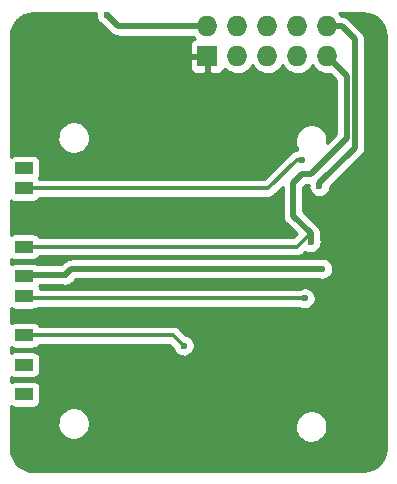
<source format=gbl>
G04 #@! TF.FileFunction,Copper,L2,Bot,Signal*
%FSLAX46Y46*%
G04 Gerber Fmt 4.6, Leading zero omitted, Abs format (unit mm)*
G04 Created by KiCad (PCBNEW 4.0.2-stable) date 26.07.2016 22:38:52*
%MOMM*%
G01*
G04 APERTURE LIST*
%ADD10C,0.100000*%
%ADD11C,0.600000*%
%ADD12R,1.727200X1.727200*%
%ADD13O,1.727200X1.727200*%
%ADD14R,1.500000X1.000000*%
%ADD15R,2.200000X1.200000*%
%ADD16C,0.500000*%
%ADD17C,0.350000*%
%ADD18C,0.254000*%
G04 APERTURE END LIST*
D10*
D11*
X96600000Y-131700000D03*
X90750000Y-135000000D03*
X103900000Y-132650000D03*
X105800000Y-138500000D03*
X92200000Y-118900000D03*
D12*
X95000000Y-105000000D03*
D13*
X95000000Y-102460000D03*
X97540000Y-105000000D03*
X97540000Y-102460000D03*
X100080000Y-105000000D03*
X100080000Y-102460000D03*
X102620000Y-105000000D03*
X102620000Y-102460000D03*
X105160000Y-105000000D03*
X105160000Y-102460000D03*
D14*
X79500000Y-131125000D03*
X79500000Y-128625000D03*
X79500000Y-125325000D03*
X79500000Y-123625000D03*
X79500000Y-121125000D03*
X79500000Y-118625000D03*
X79500000Y-116200000D03*
X79500000Y-114500000D03*
X79500000Y-133625000D03*
X79500000Y-126975000D03*
X79500000Y-111150000D03*
D15*
X100500000Y-138650000D03*
X101700000Y-110650000D03*
D11*
X95200000Y-137600000D03*
X104750000Y-123000000D03*
X83000000Y-123500000D03*
X100000000Y-118600000D03*
X105250000Y-118250000D03*
X85250000Y-102500000D03*
X93000000Y-129500000D03*
X103250000Y-125500000D03*
X103750000Y-120750000D03*
X103000000Y-113750000D03*
X104500000Y-116000000D03*
X86500000Y-101500000D03*
D16*
X104750000Y-123000000D02*
X83500000Y-123000000D01*
X83500000Y-123000000D02*
X83000000Y-123500000D01*
X83000000Y-123500000D02*
X79625000Y-123500000D01*
X79625000Y-123500000D02*
X79500000Y-123625000D01*
X88600000Y-118625000D02*
X99975000Y-118625000D01*
X79500000Y-118625000D02*
X88600000Y-118625000D01*
X99975000Y-118625000D02*
X100000000Y-118600000D01*
D17*
X93000000Y-129500000D02*
X92125000Y-128625000D01*
X92125000Y-128625000D02*
X79500000Y-128625000D01*
X103250000Y-125500000D02*
X79675000Y-125500000D01*
X79675000Y-125500000D02*
X79500000Y-125325000D01*
X103750000Y-120000000D02*
X102625000Y-121125000D01*
X102625000Y-121125000D02*
X79500000Y-121125000D01*
D16*
X102250000Y-118500000D02*
X103750000Y-120000000D01*
X103750000Y-120000000D02*
X103750000Y-120750000D01*
X102250000Y-115750000D02*
X102250000Y-118500000D01*
X103000000Y-115000000D02*
X102250000Y-115750000D01*
X103750000Y-115000000D02*
X103000000Y-115000000D01*
X106799990Y-111950010D02*
X103750000Y-115000000D01*
X105160000Y-105000000D02*
X106799990Y-106639990D01*
X106799990Y-106639990D02*
X106799990Y-111950010D01*
D17*
X103000000Y-113750000D02*
X102575736Y-113750000D01*
X102575736Y-113750000D02*
X100125736Y-116200000D01*
X100125736Y-116200000D02*
X80600000Y-116200000D01*
X80600000Y-116200000D02*
X79500000Y-116200000D01*
D16*
X107500000Y-112750000D02*
X104500000Y-115750000D01*
X104500000Y-115750000D02*
X104500000Y-116000000D01*
X107500000Y-103578686D02*
X107500000Y-112750000D01*
X105160000Y-102460000D02*
X106381314Y-102460000D01*
X106381314Y-102460000D02*
X107500000Y-103578686D01*
X95000000Y-102460000D02*
X87460000Y-102460000D01*
X87460000Y-102460000D02*
X86500000Y-101500000D01*
D18*
G36*
X108612242Y-101420549D02*
X108960685Y-101525751D01*
X109282060Y-101696628D01*
X109564123Y-101926674D01*
X109796130Y-102207123D01*
X109969247Y-102527295D01*
X110076877Y-102874994D01*
X110118000Y-103266251D01*
X110118000Y-138219087D01*
X110079451Y-138612242D01*
X109974250Y-138960684D01*
X109803371Y-139282060D01*
X109573328Y-139564121D01*
X109292879Y-139796128D01*
X108972704Y-139969247D01*
X108625005Y-140076877D01*
X108233749Y-140118000D01*
X80280913Y-140118000D01*
X79887758Y-140079451D01*
X79539316Y-139974250D01*
X79217940Y-139803371D01*
X78935879Y-139573328D01*
X78703872Y-139292879D01*
X78530753Y-138972704D01*
X78423123Y-138625005D01*
X78382000Y-138233749D01*
X78382000Y-136215782D01*
X82321190Y-136215782D01*
X82369938Y-136481389D01*
X82469347Y-136732469D01*
X82615632Y-136959459D01*
X82803220Y-137153712D01*
X83024967Y-137307830D01*
X83272425Y-137415942D01*
X83536169Y-137473930D01*
X83806153Y-137479585D01*
X84072094Y-137432692D01*
X84323863Y-137335038D01*
X84551868Y-137190341D01*
X84747426Y-137004114D01*
X84903088Y-136783449D01*
X85012925Y-136536752D01*
X85029048Y-136465782D01*
X102421190Y-136465782D01*
X102469938Y-136731389D01*
X102569347Y-136982469D01*
X102715632Y-137209459D01*
X102903220Y-137403712D01*
X103124967Y-137557830D01*
X103372425Y-137665942D01*
X103636169Y-137723930D01*
X103906153Y-137729585D01*
X104172094Y-137682692D01*
X104423863Y-137585038D01*
X104651868Y-137440341D01*
X104847426Y-137254114D01*
X105003088Y-137033449D01*
X105112925Y-136786752D01*
X105172752Y-136523419D01*
X105177059Y-136214978D01*
X105124608Y-135950077D01*
X105021702Y-135700410D01*
X104872262Y-135475484D01*
X104681980Y-135283869D01*
X104458104Y-135132863D01*
X104209160Y-135028217D01*
X103944632Y-134973917D01*
X103674595Y-134972032D01*
X103409335Y-135022633D01*
X103158954Y-135123793D01*
X102932991Y-135271659D01*
X102740053Y-135460599D01*
X102587487Y-135683415D01*
X102481105Y-135931622D01*
X102424960Y-136195765D01*
X102421190Y-136465782D01*
X85029048Y-136465782D01*
X85072752Y-136273419D01*
X85077059Y-135964978D01*
X85024608Y-135700077D01*
X84921702Y-135450410D01*
X84772262Y-135225484D01*
X84581980Y-135033869D01*
X84358104Y-134882863D01*
X84109160Y-134778217D01*
X83844632Y-134723917D01*
X83574595Y-134722032D01*
X83309335Y-134772633D01*
X83058954Y-134873793D01*
X82832991Y-135021659D01*
X82640053Y-135210599D01*
X82487487Y-135433415D01*
X82381105Y-135681622D01*
X82324960Y-135945765D01*
X82321190Y-136215782D01*
X78382000Y-136215782D01*
X78382000Y-134630939D01*
X78412852Y-134657234D01*
X78574477Y-134730089D01*
X78750000Y-134755033D01*
X80250000Y-134755033D01*
X80349847Y-134747071D01*
X80519199Y-134694626D01*
X80667235Y-134597077D01*
X80782234Y-134462148D01*
X80855089Y-134300523D01*
X80880033Y-134125000D01*
X80880033Y-133125000D01*
X80872071Y-133025153D01*
X80819626Y-132855801D01*
X80722077Y-132707765D01*
X80587148Y-132592766D01*
X80425523Y-132519911D01*
X80250000Y-132494967D01*
X78750000Y-132494967D01*
X78650153Y-132502929D01*
X78480801Y-132555374D01*
X78382000Y-132620479D01*
X78382000Y-132130939D01*
X78412852Y-132157234D01*
X78574477Y-132230089D01*
X78750000Y-132255033D01*
X80250000Y-132255033D01*
X80349847Y-132247071D01*
X80519199Y-132194626D01*
X80667235Y-132097077D01*
X80782234Y-131962148D01*
X80855089Y-131800523D01*
X80880033Y-131625000D01*
X80880033Y-130625000D01*
X80872071Y-130525153D01*
X80819626Y-130355801D01*
X80722077Y-130207765D01*
X80587148Y-130092766D01*
X80425523Y-130019911D01*
X80250000Y-129994967D01*
X78750000Y-129994967D01*
X78650153Y-130002929D01*
X78480801Y-130055374D01*
X78382000Y-130120479D01*
X78382000Y-129630939D01*
X78412852Y-129657234D01*
X78574477Y-129730089D01*
X78750000Y-129755033D01*
X80250000Y-129755033D01*
X80349847Y-129747071D01*
X80519199Y-129694626D01*
X80667235Y-129597077D01*
X80782234Y-129462148D01*
X80798078Y-129427000D01*
X91792800Y-129427000D01*
X92100563Y-129734763D01*
X92104599Y-129756752D01*
X92171522Y-129925780D01*
X92270001Y-130078590D01*
X92396286Y-130209362D01*
X92545566Y-130313114D01*
X92712155Y-130385895D01*
X92889708Y-130424932D01*
X93071463Y-130428740D01*
X93250495Y-130397171D01*
X93419986Y-130331430D01*
X93573479Y-130234020D01*
X93705130Y-130108651D01*
X93809921Y-129960099D01*
X93883864Y-129794022D01*
X93924140Y-129616746D01*
X93927039Y-129409103D01*
X93891729Y-129230771D01*
X93822452Y-129062694D01*
X93721849Y-128911274D01*
X93593751Y-128782278D01*
X93443037Y-128680621D01*
X93275448Y-128610173D01*
X93236347Y-128602147D01*
X92692100Y-128057900D01*
X92634833Y-128010860D01*
X92578104Y-127963259D01*
X92574409Y-127961227D01*
X92571149Y-127958550D01*
X92505879Y-127923553D01*
X92440941Y-127887853D01*
X92436918Y-127886577D01*
X92433205Y-127884586D01*
X92362359Y-127862926D01*
X92291745Y-127840526D01*
X92287558Y-127840056D01*
X92283521Y-127838822D01*
X92209749Y-127831328D01*
X92136198Y-127823078D01*
X92127963Y-127823021D01*
X92127799Y-127823004D01*
X92127646Y-127823018D01*
X92125000Y-127823000D01*
X80798012Y-127823000D01*
X80722077Y-127707765D01*
X80587148Y-127592766D01*
X80425523Y-127519911D01*
X80250000Y-127494967D01*
X78750000Y-127494967D01*
X78650153Y-127502929D01*
X78480801Y-127555374D01*
X78382000Y-127620479D01*
X78382000Y-126330939D01*
X78412852Y-126357234D01*
X78574477Y-126430089D01*
X78750000Y-126455033D01*
X80250000Y-126455033D01*
X80349847Y-126447071D01*
X80519199Y-126394626D01*
X80659764Y-126302000D01*
X102779575Y-126302000D01*
X102795566Y-126313114D01*
X102962155Y-126385895D01*
X103139708Y-126424932D01*
X103321463Y-126428740D01*
X103500495Y-126397171D01*
X103669986Y-126331430D01*
X103823479Y-126234020D01*
X103955130Y-126108651D01*
X104059921Y-125960099D01*
X104133864Y-125794022D01*
X104174140Y-125616746D01*
X104177039Y-125409103D01*
X104141729Y-125230771D01*
X104072452Y-125062694D01*
X103971849Y-124911274D01*
X103843751Y-124782278D01*
X103693037Y-124680621D01*
X103525448Y-124610173D01*
X103347367Y-124573618D01*
X103165577Y-124572349D01*
X102987003Y-124606413D01*
X102818447Y-124674515D01*
X102782558Y-124698000D01*
X80863662Y-124698000D01*
X80819626Y-124555801D01*
X80768518Y-124478241D01*
X80782234Y-124462148D01*
X80820616Y-124377000D01*
X82691795Y-124377000D01*
X82712155Y-124385895D01*
X82889708Y-124424932D01*
X83071463Y-124428740D01*
X83250495Y-124397171D01*
X83419986Y-124331430D01*
X83573479Y-124234020D01*
X83705130Y-124108651D01*
X83809921Y-123960099D01*
X83833801Y-123906465D01*
X83863266Y-123877000D01*
X104441795Y-123877000D01*
X104462155Y-123885895D01*
X104639708Y-123924932D01*
X104821463Y-123928740D01*
X105000495Y-123897171D01*
X105169986Y-123831430D01*
X105323479Y-123734020D01*
X105455130Y-123608651D01*
X105559921Y-123460099D01*
X105633864Y-123294022D01*
X105674140Y-123116746D01*
X105677039Y-122909103D01*
X105641729Y-122730771D01*
X105572452Y-122562694D01*
X105471849Y-122411274D01*
X105343751Y-122282278D01*
X105193037Y-122180621D01*
X105025448Y-122110173D01*
X104847367Y-122073618D01*
X104665577Y-122072349D01*
X104487003Y-122106413D01*
X104445949Y-122123000D01*
X83500000Y-122123000D01*
X83419445Y-122130898D01*
X83338674Y-122137965D01*
X83334244Y-122139252D01*
X83329656Y-122139702D01*
X83252113Y-122163114D01*
X83174310Y-122185718D01*
X83170217Y-122187840D01*
X83165801Y-122189173D01*
X83094260Y-122227212D01*
X83022352Y-122264486D01*
X83018749Y-122267363D01*
X83014676Y-122269528D01*
X82951902Y-122320725D01*
X82888586Y-122371269D01*
X82882170Y-122377597D01*
X82882036Y-122377706D01*
X82881933Y-122377830D01*
X82879868Y-122379867D01*
X82636735Y-122623000D01*
X80622622Y-122623000D01*
X80587148Y-122592766D01*
X80425523Y-122519911D01*
X80250000Y-122494967D01*
X78750000Y-122494967D01*
X78650153Y-122502929D01*
X78480801Y-122555374D01*
X78382000Y-122620479D01*
X78382000Y-122130939D01*
X78412852Y-122157234D01*
X78574477Y-122230089D01*
X78750000Y-122255033D01*
X80250000Y-122255033D01*
X80349847Y-122247071D01*
X80519199Y-122194626D01*
X80667235Y-122097077D01*
X80782234Y-121962148D01*
X80798078Y-121927000D01*
X102625000Y-121927000D01*
X102698734Y-121919770D01*
X102772529Y-121913314D01*
X102776578Y-121912138D01*
X102780776Y-121911726D01*
X102851669Y-121890322D01*
X102922838Y-121869646D01*
X102926585Y-121867704D01*
X102930618Y-121866486D01*
X102996039Y-121831701D01*
X103061800Y-121797613D01*
X103065092Y-121794985D01*
X103068820Y-121793003D01*
X103126271Y-121746147D01*
X103184126Y-121699963D01*
X103189996Y-121694175D01*
X103190117Y-121694076D01*
X103190210Y-121693964D01*
X103192100Y-121692100D01*
X103313327Y-121570873D01*
X103462155Y-121635895D01*
X103639708Y-121674932D01*
X103821463Y-121678740D01*
X104000495Y-121647171D01*
X104169986Y-121581430D01*
X104323479Y-121484020D01*
X104455130Y-121358651D01*
X104559921Y-121210099D01*
X104633864Y-121044022D01*
X104674140Y-120866746D01*
X104677039Y-120659103D01*
X104641729Y-120480771D01*
X104627000Y-120445036D01*
X104627000Y-120000000D01*
X104619092Y-119919350D01*
X104612034Y-119838674D01*
X104610748Y-119834249D01*
X104610298Y-119829656D01*
X104586874Y-119752071D01*
X104564282Y-119674310D01*
X104562160Y-119670217D01*
X104560827Y-119665801D01*
X104522788Y-119594260D01*
X104485514Y-119522352D01*
X104482637Y-119518749D01*
X104480472Y-119514676D01*
X104429275Y-119451902D01*
X104378731Y-119388586D01*
X104372403Y-119382170D01*
X104372294Y-119382036D01*
X104372170Y-119381933D01*
X104370132Y-119379867D01*
X103127000Y-118136734D01*
X103127000Y-116113266D01*
X103363266Y-115877000D01*
X103578394Y-115877000D01*
X103574320Y-115896168D01*
X103571782Y-116077945D01*
X103604599Y-116256752D01*
X103671522Y-116425780D01*
X103770001Y-116578590D01*
X103896286Y-116709362D01*
X104045566Y-116813114D01*
X104212155Y-116885895D01*
X104389708Y-116924932D01*
X104571463Y-116928740D01*
X104750495Y-116897171D01*
X104919986Y-116831430D01*
X105073479Y-116734020D01*
X105205130Y-116608651D01*
X105309921Y-116460099D01*
X105383864Y-116294022D01*
X105424140Y-116116746D01*
X105424857Y-116065409D01*
X108120133Y-113370132D01*
X108171533Y-113307557D01*
X108223625Y-113245476D01*
X108225847Y-113241435D01*
X108228774Y-113237871D01*
X108267064Y-113166461D01*
X108306082Y-113095487D01*
X108307476Y-113091093D01*
X108309656Y-113087027D01*
X108333371Y-113009459D01*
X108357835Y-112932339D01*
X108358349Y-112927759D01*
X108359698Y-112923346D01*
X108367887Y-112842728D01*
X108376915Y-112762245D01*
X108376978Y-112753234D01*
X108376995Y-112753062D01*
X108376980Y-112752902D01*
X108377000Y-112750000D01*
X108377000Y-103578686D01*
X108369097Y-103498086D01*
X108362035Y-103417360D01*
X108360748Y-103412930D01*
X108360298Y-103408342D01*
X108336886Y-103330799D01*
X108314282Y-103252996D01*
X108312160Y-103248903D01*
X108310827Y-103244487D01*
X108272788Y-103172946D01*
X108235514Y-103101038D01*
X108232637Y-103097435D01*
X108230472Y-103093362D01*
X108179275Y-103030588D01*
X108128731Y-102967272D01*
X108122400Y-102960852D01*
X108122294Y-102960722D01*
X108122174Y-102960623D01*
X108120133Y-102958553D01*
X107001447Y-101839867D01*
X106938847Y-101788446D01*
X106876790Y-101736375D01*
X106872749Y-101734153D01*
X106869185Y-101731226D01*
X106797775Y-101692936D01*
X106726801Y-101653918D01*
X106722407Y-101652524D01*
X106718341Y-101650344D01*
X106640825Y-101626645D01*
X106563653Y-101602165D01*
X106559073Y-101601651D01*
X106554660Y-101600302D01*
X106474042Y-101592113D01*
X106393559Y-101583085D01*
X106384548Y-101583022D01*
X106384376Y-101583005D01*
X106384216Y-101583020D01*
X106381314Y-101583000D01*
X106364930Y-101583000D01*
X106217686Y-101402460D01*
X106192954Y-101382000D01*
X108219088Y-101382000D01*
X108612242Y-101420549D01*
X108612242Y-101420549D01*
G37*
X108612242Y-101420549D02*
X108960685Y-101525751D01*
X109282060Y-101696628D01*
X109564123Y-101926674D01*
X109796130Y-102207123D01*
X109969247Y-102527295D01*
X110076877Y-102874994D01*
X110118000Y-103266251D01*
X110118000Y-138219087D01*
X110079451Y-138612242D01*
X109974250Y-138960684D01*
X109803371Y-139282060D01*
X109573328Y-139564121D01*
X109292879Y-139796128D01*
X108972704Y-139969247D01*
X108625005Y-140076877D01*
X108233749Y-140118000D01*
X80280913Y-140118000D01*
X79887758Y-140079451D01*
X79539316Y-139974250D01*
X79217940Y-139803371D01*
X78935879Y-139573328D01*
X78703872Y-139292879D01*
X78530753Y-138972704D01*
X78423123Y-138625005D01*
X78382000Y-138233749D01*
X78382000Y-136215782D01*
X82321190Y-136215782D01*
X82369938Y-136481389D01*
X82469347Y-136732469D01*
X82615632Y-136959459D01*
X82803220Y-137153712D01*
X83024967Y-137307830D01*
X83272425Y-137415942D01*
X83536169Y-137473930D01*
X83806153Y-137479585D01*
X84072094Y-137432692D01*
X84323863Y-137335038D01*
X84551868Y-137190341D01*
X84747426Y-137004114D01*
X84903088Y-136783449D01*
X85012925Y-136536752D01*
X85029048Y-136465782D01*
X102421190Y-136465782D01*
X102469938Y-136731389D01*
X102569347Y-136982469D01*
X102715632Y-137209459D01*
X102903220Y-137403712D01*
X103124967Y-137557830D01*
X103372425Y-137665942D01*
X103636169Y-137723930D01*
X103906153Y-137729585D01*
X104172094Y-137682692D01*
X104423863Y-137585038D01*
X104651868Y-137440341D01*
X104847426Y-137254114D01*
X105003088Y-137033449D01*
X105112925Y-136786752D01*
X105172752Y-136523419D01*
X105177059Y-136214978D01*
X105124608Y-135950077D01*
X105021702Y-135700410D01*
X104872262Y-135475484D01*
X104681980Y-135283869D01*
X104458104Y-135132863D01*
X104209160Y-135028217D01*
X103944632Y-134973917D01*
X103674595Y-134972032D01*
X103409335Y-135022633D01*
X103158954Y-135123793D01*
X102932991Y-135271659D01*
X102740053Y-135460599D01*
X102587487Y-135683415D01*
X102481105Y-135931622D01*
X102424960Y-136195765D01*
X102421190Y-136465782D01*
X85029048Y-136465782D01*
X85072752Y-136273419D01*
X85077059Y-135964978D01*
X85024608Y-135700077D01*
X84921702Y-135450410D01*
X84772262Y-135225484D01*
X84581980Y-135033869D01*
X84358104Y-134882863D01*
X84109160Y-134778217D01*
X83844632Y-134723917D01*
X83574595Y-134722032D01*
X83309335Y-134772633D01*
X83058954Y-134873793D01*
X82832991Y-135021659D01*
X82640053Y-135210599D01*
X82487487Y-135433415D01*
X82381105Y-135681622D01*
X82324960Y-135945765D01*
X82321190Y-136215782D01*
X78382000Y-136215782D01*
X78382000Y-134630939D01*
X78412852Y-134657234D01*
X78574477Y-134730089D01*
X78750000Y-134755033D01*
X80250000Y-134755033D01*
X80349847Y-134747071D01*
X80519199Y-134694626D01*
X80667235Y-134597077D01*
X80782234Y-134462148D01*
X80855089Y-134300523D01*
X80880033Y-134125000D01*
X80880033Y-133125000D01*
X80872071Y-133025153D01*
X80819626Y-132855801D01*
X80722077Y-132707765D01*
X80587148Y-132592766D01*
X80425523Y-132519911D01*
X80250000Y-132494967D01*
X78750000Y-132494967D01*
X78650153Y-132502929D01*
X78480801Y-132555374D01*
X78382000Y-132620479D01*
X78382000Y-132130939D01*
X78412852Y-132157234D01*
X78574477Y-132230089D01*
X78750000Y-132255033D01*
X80250000Y-132255033D01*
X80349847Y-132247071D01*
X80519199Y-132194626D01*
X80667235Y-132097077D01*
X80782234Y-131962148D01*
X80855089Y-131800523D01*
X80880033Y-131625000D01*
X80880033Y-130625000D01*
X80872071Y-130525153D01*
X80819626Y-130355801D01*
X80722077Y-130207765D01*
X80587148Y-130092766D01*
X80425523Y-130019911D01*
X80250000Y-129994967D01*
X78750000Y-129994967D01*
X78650153Y-130002929D01*
X78480801Y-130055374D01*
X78382000Y-130120479D01*
X78382000Y-129630939D01*
X78412852Y-129657234D01*
X78574477Y-129730089D01*
X78750000Y-129755033D01*
X80250000Y-129755033D01*
X80349847Y-129747071D01*
X80519199Y-129694626D01*
X80667235Y-129597077D01*
X80782234Y-129462148D01*
X80798078Y-129427000D01*
X91792800Y-129427000D01*
X92100563Y-129734763D01*
X92104599Y-129756752D01*
X92171522Y-129925780D01*
X92270001Y-130078590D01*
X92396286Y-130209362D01*
X92545566Y-130313114D01*
X92712155Y-130385895D01*
X92889708Y-130424932D01*
X93071463Y-130428740D01*
X93250495Y-130397171D01*
X93419986Y-130331430D01*
X93573479Y-130234020D01*
X93705130Y-130108651D01*
X93809921Y-129960099D01*
X93883864Y-129794022D01*
X93924140Y-129616746D01*
X93927039Y-129409103D01*
X93891729Y-129230771D01*
X93822452Y-129062694D01*
X93721849Y-128911274D01*
X93593751Y-128782278D01*
X93443037Y-128680621D01*
X93275448Y-128610173D01*
X93236347Y-128602147D01*
X92692100Y-128057900D01*
X92634833Y-128010860D01*
X92578104Y-127963259D01*
X92574409Y-127961227D01*
X92571149Y-127958550D01*
X92505879Y-127923553D01*
X92440941Y-127887853D01*
X92436918Y-127886577D01*
X92433205Y-127884586D01*
X92362359Y-127862926D01*
X92291745Y-127840526D01*
X92287558Y-127840056D01*
X92283521Y-127838822D01*
X92209749Y-127831328D01*
X92136198Y-127823078D01*
X92127963Y-127823021D01*
X92127799Y-127823004D01*
X92127646Y-127823018D01*
X92125000Y-127823000D01*
X80798012Y-127823000D01*
X80722077Y-127707765D01*
X80587148Y-127592766D01*
X80425523Y-127519911D01*
X80250000Y-127494967D01*
X78750000Y-127494967D01*
X78650153Y-127502929D01*
X78480801Y-127555374D01*
X78382000Y-127620479D01*
X78382000Y-126330939D01*
X78412852Y-126357234D01*
X78574477Y-126430089D01*
X78750000Y-126455033D01*
X80250000Y-126455033D01*
X80349847Y-126447071D01*
X80519199Y-126394626D01*
X80659764Y-126302000D01*
X102779575Y-126302000D01*
X102795566Y-126313114D01*
X102962155Y-126385895D01*
X103139708Y-126424932D01*
X103321463Y-126428740D01*
X103500495Y-126397171D01*
X103669986Y-126331430D01*
X103823479Y-126234020D01*
X103955130Y-126108651D01*
X104059921Y-125960099D01*
X104133864Y-125794022D01*
X104174140Y-125616746D01*
X104177039Y-125409103D01*
X104141729Y-125230771D01*
X104072452Y-125062694D01*
X103971849Y-124911274D01*
X103843751Y-124782278D01*
X103693037Y-124680621D01*
X103525448Y-124610173D01*
X103347367Y-124573618D01*
X103165577Y-124572349D01*
X102987003Y-124606413D01*
X102818447Y-124674515D01*
X102782558Y-124698000D01*
X80863662Y-124698000D01*
X80819626Y-124555801D01*
X80768518Y-124478241D01*
X80782234Y-124462148D01*
X80820616Y-124377000D01*
X82691795Y-124377000D01*
X82712155Y-124385895D01*
X82889708Y-124424932D01*
X83071463Y-124428740D01*
X83250495Y-124397171D01*
X83419986Y-124331430D01*
X83573479Y-124234020D01*
X83705130Y-124108651D01*
X83809921Y-123960099D01*
X83833801Y-123906465D01*
X83863266Y-123877000D01*
X104441795Y-123877000D01*
X104462155Y-123885895D01*
X104639708Y-123924932D01*
X104821463Y-123928740D01*
X105000495Y-123897171D01*
X105169986Y-123831430D01*
X105323479Y-123734020D01*
X105455130Y-123608651D01*
X105559921Y-123460099D01*
X105633864Y-123294022D01*
X105674140Y-123116746D01*
X105677039Y-122909103D01*
X105641729Y-122730771D01*
X105572452Y-122562694D01*
X105471849Y-122411274D01*
X105343751Y-122282278D01*
X105193037Y-122180621D01*
X105025448Y-122110173D01*
X104847367Y-122073618D01*
X104665577Y-122072349D01*
X104487003Y-122106413D01*
X104445949Y-122123000D01*
X83500000Y-122123000D01*
X83419445Y-122130898D01*
X83338674Y-122137965D01*
X83334244Y-122139252D01*
X83329656Y-122139702D01*
X83252113Y-122163114D01*
X83174310Y-122185718D01*
X83170217Y-122187840D01*
X83165801Y-122189173D01*
X83094260Y-122227212D01*
X83022352Y-122264486D01*
X83018749Y-122267363D01*
X83014676Y-122269528D01*
X82951902Y-122320725D01*
X82888586Y-122371269D01*
X82882170Y-122377597D01*
X82882036Y-122377706D01*
X82881933Y-122377830D01*
X82879868Y-122379867D01*
X82636735Y-122623000D01*
X80622622Y-122623000D01*
X80587148Y-122592766D01*
X80425523Y-122519911D01*
X80250000Y-122494967D01*
X78750000Y-122494967D01*
X78650153Y-122502929D01*
X78480801Y-122555374D01*
X78382000Y-122620479D01*
X78382000Y-122130939D01*
X78412852Y-122157234D01*
X78574477Y-122230089D01*
X78750000Y-122255033D01*
X80250000Y-122255033D01*
X80349847Y-122247071D01*
X80519199Y-122194626D01*
X80667235Y-122097077D01*
X80782234Y-121962148D01*
X80798078Y-121927000D01*
X102625000Y-121927000D01*
X102698734Y-121919770D01*
X102772529Y-121913314D01*
X102776578Y-121912138D01*
X102780776Y-121911726D01*
X102851669Y-121890322D01*
X102922838Y-121869646D01*
X102926585Y-121867704D01*
X102930618Y-121866486D01*
X102996039Y-121831701D01*
X103061800Y-121797613D01*
X103065092Y-121794985D01*
X103068820Y-121793003D01*
X103126271Y-121746147D01*
X103184126Y-121699963D01*
X103189996Y-121694175D01*
X103190117Y-121694076D01*
X103190210Y-121693964D01*
X103192100Y-121692100D01*
X103313327Y-121570873D01*
X103462155Y-121635895D01*
X103639708Y-121674932D01*
X103821463Y-121678740D01*
X104000495Y-121647171D01*
X104169986Y-121581430D01*
X104323479Y-121484020D01*
X104455130Y-121358651D01*
X104559921Y-121210099D01*
X104633864Y-121044022D01*
X104674140Y-120866746D01*
X104677039Y-120659103D01*
X104641729Y-120480771D01*
X104627000Y-120445036D01*
X104627000Y-120000000D01*
X104619092Y-119919350D01*
X104612034Y-119838674D01*
X104610748Y-119834249D01*
X104610298Y-119829656D01*
X104586874Y-119752071D01*
X104564282Y-119674310D01*
X104562160Y-119670217D01*
X104560827Y-119665801D01*
X104522788Y-119594260D01*
X104485514Y-119522352D01*
X104482637Y-119518749D01*
X104480472Y-119514676D01*
X104429275Y-119451902D01*
X104378731Y-119388586D01*
X104372403Y-119382170D01*
X104372294Y-119382036D01*
X104372170Y-119381933D01*
X104370132Y-119379867D01*
X103127000Y-118136734D01*
X103127000Y-116113266D01*
X103363266Y-115877000D01*
X103578394Y-115877000D01*
X103574320Y-115896168D01*
X103571782Y-116077945D01*
X103604599Y-116256752D01*
X103671522Y-116425780D01*
X103770001Y-116578590D01*
X103896286Y-116709362D01*
X104045566Y-116813114D01*
X104212155Y-116885895D01*
X104389708Y-116924932D01*
X104571463Y-116928740D01*
X104750495Y-116897171D01*
X104919986Y-116831430D01*
X105073479Y-116734020D01*
X105205130Y-116608651D01*
X105309921Y-116460099D01*
X105383864Y-116294022D01*
X105424140Y-116116746D01*
X105424857Y-116065409D01*
X108120133Y-113370132D01*
X108171533Y-113307557D01*
X108223625Y-113245476D01*
X108225847Y-113241435D01*
X108228774Y-113237871D01*
X108267064Y-113166461D01*
X108306082Y-113095487D01*
X108307476Y-113091093D01*
X108309656Y-113087027D01*
X108333371Y-113009459D01*
X108357835Y-112932339D01*
X108358349Y-112927759D01*
X108359698Y-112923346D01*
X108367887Y-112842728D01*
X108376915Y-112762245D01*
X108376978Y-112753234D01*
X108376995Y-112753062D01*
X108376980Y-112752902D01*
X108377000Y-112750000D01*
X108377000Y-103578686D01*
X108369097Y-103498086D01*
X108362035Y-103417360D01*
X108360748Y-103412930D01*
X108360298Y-103408342D01*
X108336886Y-103330799D01*
X108314282Y-103252996D01*
X108312160Y-103248903D01*
X108310827Y-103244487D01*
X108272788Y-103172946D01*
X108235514Y-103101038D01*
X108232637Y-103097435D01*
X108230472Y-103093362D01*
X108179275Y-103030588D01*
X108128731Y-102967272D01*
X108122400Y-102960852D01*
X108122294Y-102960722D01*
X108122174Y-102960623D01*
X108120133Y-102958553D01*
X107001447Y-101839867D01*
X106938847Y-101788446D01*
X106876790Y-101736375D01*
X106872749Y-101734153D01*
X106869185Y-101731226D01*
X106797775Y-101692936D01*
X106726801Y-101653918D01*
X106722407Y-101652524D01*
X106718341Y-101650344D01*
X106640825Y-101626645D01*
X106563653Y-101602165D01*
X106559073Y-101601651D01*
X106554660Y-101600302D01*
X106474042Y-101592113D01*
X106393559Y-101583085D01*
X106384548Y-101583022D01*
X106384376Y-101583005D01*
X106384216Y-101583020D01*
X106381314Y-101583000D01*
X106364930Y-101583000D01*
X106217686Y-101402460D01*
X106192954Y-101382000D01*
X108219088Y-101382000D01*
X108612242Y-101420549D01*
G36*
X101373000Y-118500000D02*
X101380903Y-118580600D01*
X101387965Y-118661326D01*
X101389252Y-118665756D01*
X101389702Y-118670344D01*
X101413114Y-118747887D01*
X101435718Y-118825690D01*
X101437840Y-118829783D01*
X101439173Y-118834199D01*
X101477212Y-118905740D01*
X101514486Y-118977648D01*
X101517363Y-118981251D01*
X101519528Y-118985324D01*
X101570725Y-119048098D01*
X101621269Y-119111414D01*
X101627600Y-119117834D01*
X101627706Y-119117964D01*
X101627826Y-119118063D01*
X101629867Y-119120133D01*
X102562768Y-120053033D01*
X102292800Y-120323000D01*
X80798012Y-120323000D01*
X80722077Y-120207765D01*
X80587148Y-120092766D01*
X80425523Y-120019911D01*
X80250000Y-119994967D01*
X78750000Y-119994967D01*
X78650153Y-120002929D01*
X78480801Y-120055374D01*
X78382000Y-120120479D01*
X78382000Y-117205939D01*
X78412852Y-117232234D01*
X78574477Y-117305089D01*
X78750000Y-117330033D01*
X80250000Y-117330033D01*
X80349847Y-117322071D01*
X80519199Y-117269626D01*
X80667235Y-117172077D01*
X80782234Y-117037148D01*
X80798078Y-117002000D01*
X100125736Y-117002000D01*
X100199470Y-116994770D01*
X100273265Y-116988314D01*
X100277314Y-116987138D01*
X100281512Y-116986726D01*
X100352405Y-116965322D01*
X100423574Y-116944646D01*
X100427321Y-116942704D01*
X100431354Y-116941486D01*
X100496775Y-116906701D01*
X100562536Y-116872613D01*
X100565828Y-116869985D01*
X100569556Y-116868003D01*
X100627007Y-116821147D01*
X100684862Y-116774963D01*
X100690732Y-116769175D01*
X100690853Y-116769076D01*
X100690946Y-116768964D01*
X100692836Y-116767100D01*
X101373000Y-116086936D01*
X101373000Y-118500000D01*
X101373000Y-118500000D01*
G37*
X101373000Y-118500000D02*
X101380903Y-118580600D01*
X101387965Y-118661326D01*
X101389252Y-118665756D01*
X101389702Y-118670344D01*
X101413114Y-118747887D01*
X101435718Y-118825690D01*
X101437840Y-118829783D01*
X101439173Y-118834199D01*
X101477212Y-118905740D01*
X101514486Y-118977648D01*
X101517363Y-118981251D01*
X101519528Y-118985324D01*
X101570725Y-119048098D01*
X101621269Y-119111414D01*
X101627600Y-119117834D01*
X101627706Y-119117964D01*
X101627826Y-119118063D01*
X101629867Y-119120133D01*
X102562768Y-120053033D01*
X102292800Y-120323000D01*
X80798012Y-120323000D01*
X80722077Y-120207765D01*
X80587148Y-120092766D01*
X80425523Y-120019911D01*
X80250000Y-119994967D01*
X78750000Y-119994967D01*
X78650153Y-120002929D01*
X78480801Y-120055374D01*
X78382000Y-120120479D01*
X78382000Y-117205939D01*
X78412852Y-117232234D01*
X78574477Y-117305089D01*
X78750000Y-117330033D01*
X80250000Y-117330033D01*
X80349847Y-117322071D01*
X80519199Y-117269626D01*
X80667235Y-117172077D01*
X80782234Y-117037148D01*
X80798078Y-117002000D01*
X100125736Y-117002000D01*
X100199470Y-116994770D01*
X100273265Y-116988314D01*
X100277314Y-116987138D01*
X100281512Y-116986726D01*
X100352405Y-116965322D01*
X100423574Y-116944646D01*
X100427321Y-116942704D01*
X100431354Y-116941486D01*
X100496775Y-116906701D01*
X100562536Y-116872613D01*
X100565828Y-116869985D01*
X100569556Y-116868003D01*
X100627007Y-116821147D01*
X100684862Y-116774963D01*
X100690732Y-116769175D01*
X100690853Y-116769076D01*
X100690946Y-116768964D01*
X100692836Y-116767100D01*
X101373000Y-116086936D01*
X101373000Y-118500000D01*
G36*
X85574320Y-101396168D02*
X85571782Y-101577945D01*
X85604599Y-101756752D01*
X85671522Y-101925780D01*
X85770001Y-102078590D01*
X85896286Y-102209362D01*
X86045566Y-102313114D01*
X86094015Y-102334281D01*
X86839867Y-103080133D01*
X86902467Y-103131554D01*
X86964524Y-103183625D01*
X86968565Y-103185847D01*
X86972129Y-103188774D01*
X87043539Y-103227064D01*
X87114513Y-103266082D01*
X87118907Y-103267476D01*
X87122973Y-103269656D01*
X87200489Y-103293355D01*
X87277661Y-103317835D01*
X87282241Y-103318349D01*
X87286654Y-103319698D01*
X87367272Y-103327887D01*
X87447755Y-103336915D01*
X87456766Y-103336978D01*
X87456938Y-103336995D01*
X87457098Y-103336980D01*
X87460000Y-103337000D01*
X93795070Y-103337000D01*
X93942314Y-103517540D01*
X93952084Y-103525623D01*
X93951177Y-103525803D01*
X93835615Y-103573670D01*
X93731611Y-103643163D01*
X93643163Y-103731611D01*
X93573670Y-103835615D01*
X93525803Y-103951177D01*
X93501400Y-104073858D01*
X93501400Y-104714250D01*
X93660150Y-104873000D01*
X94873000Y-104873000D01*
X94873000Y-104853000D01*
X95127000Y-104853000D01*
X95127000Y-104873000D01*
X95147000Y-104873000D01*
X95147000Y-105127000D01*
X95127000Y-105127000D01*
X95127000Y-106339850D01*
X95285750Y-106498600D01*
X95926142Y-106498600D01*
X96048823Y-106474197D01*
X96164385Y-106426330D01*
X96268389Y-106356837D01*
X96356837Y-106268389D01*
X96426330Y-106164385D01*
X96474197Y-106048823D01*
X96474395Y-106047830D01*
X96482314Y-106057540D01*
X96706467Y-106242975D01*
X96962369Y-106381341D01*
X97240273Y-106467367D01*
X97529594Y-106497776D01*
X97819311Y-106471409D01*
X98098389Y-106389272D01*
X98356198Y-106254493D01*
X98582918Y-106072205D01*
X98769914Y-105849352D01*
X98809417Y-105777497D01*
X98838448Y-105832097D01*
X99022314Y-106057540D01*
X99246467Y-106242975D01*
X99502369Y-106381341D01*
X99780273Y-106467367D01*
X100069594Y-106497776D01*
X100359311Y-106471409D01*
X100638389Y-106389272D01*
X100896198Y-106254493D01*
X101122918Y-106072205D01*
X101309914Y-105849352D01*
X101349417Y-105777497D01*
X101378448Y-105832097D01*
X101562314Y-106057540D01*
X101786467Y-106242975D01*
X102042369Y-106381341D01*
X102320273Y-106467367D01*
X102609594Y-106497776D01*
X102899311Y-106471409D01*
X103178389Y-106389272D01*
X103436198Y-106254493D01*
X103662918Y-106072205D01*
X103849914Y-105849352D01*
X103889417Y-105777497D01*
X103918448Y-105832097D01*
X104102314Y-106057540D01*
X104326467Y-106242975D01*
X104582369Y-106381341D01*
X104860273Y-106467367D01*
X105149594Y-106497776D01*
X105395161Y-106475427D01*
X105922990Y-107003256D01*
X105922990Y-111586745D01*
X105168765Y-112340970D01*
X105172752Y-112323419D01*
X105177059Y-112014978D01*
X105124608Y-111750077D01*
X105021702Y-111500410D01*
X104872262Y-111275484D01*
X104681980Y-111083869D01*
X104458104Y-110932863D01*
X104209160Y-110828217D01*
X103944632Y-110773917D01*
X103674595Y-110772032D01*
X103409335Y-110822633D01*
X103158954Y-110923793D01*
X102932991Y-111071659D01*
X102740053Y-111260599D01*
X102587487Y-111483415D01*
X102481105Y-111731622D01*
X102424960Y-111995765D01*
X102421190Y-112265782D01*
X102469938Y-112531389D01*
X102569347Y-112782469D01*
X102641792Y-112894881D01*
X102568447Y-112924515D01*
X102524948Y-112952980D01*
X102502002Y-112955230D01*
X102428207Y-112961686D01*
X102424158Y-112962862D01*
X102419960Y-112963274D01*
X102349067Y-112984678D01*
X102277898Y-113005354D01*
X102274151Y-113007296D01*
X102270118Y-113008514D01*
X102204718Y-113043288D01*
X102138935Y-113077387D01*
X102135642Y-113080016D01*
X102131916Y-113081997D01*
X102074486Y-113128835D01*
X102016610Y-113175037D01*
X102010744Y-113180822D01*
X102010619Y-113180924D01*
X102010523Y-113181040D01*
X102008636Y-113182901D01*
X99793536Y-115398000D01*
X80798012Y-115398000D01*
X80768518Y-115353241D01*
X80782234Y-115337148D01*
X80855089Y-115175523D01*
X80880033Y-115000000D01*
X80880033Y-114000000D01*
X80872071Y-113900153D01*
X80819626Y-113730801D01*
X80722077Y-113582765D01*
X80587148Y-113467766D01*
X80425523Y-113394911D01*
X80250000Y-113369967D01*
X78750000Y-113369967D01*
X78650153Y-113377929D01*
X78480801Y-113430374D01*
X78382000Y-113495479D01*
X78382000Y-112015782D01*
X82321190Y-112015782D01*
X82369938Y-112281389D01*
X82469347Y-112532469D01*
X82615632Y-112759459D01*
X82803220Y-112953712D01*
X83024967Y-113107830D01*
X83272425Y-113215942D01*
X83536169Y-113273930D01*
X83806153Y-113279585D01*
X84072094Y-113232692D01*
X84323863Y-113135038D01*
X84551868Y-112990341D01*
X84747426Y-112804114D01*
X84903088Y-112583449D01*
X85012925Y-112336752D01*
X85072752Y-112073419D01*
X85077059Y-111764978D01*
X85024608Y-111500077D01*
X84921702Y-111250410D01*
X84772262Y-111025484D01*
X84581980Y-110833869D01*
X84358104Y-110682863D01*
X84109160Y-110578217D01*
X83844632Y-110523917D01*
X83574595Y-110522032D01*
X83309335Y-110572633D01*
X83058954Y-110673793D01*
X82832991Y-110821659D01*
X82640053Y-111010599D01*
X82487487Y-111233415D01*
X82381105Y-111481622D01*
X82324960Y-111745765D01*
X82321190Y-112015782D01*
X78382000Y-112015782D01*
X78382000Y-105285750D01*
X93501400Y-105285750D01*
X93501400Y-105926142D01*
X93525803Y-106048823D01*
X93573670Y-106164385D01*
X93643163Y-106268389D01*
X93731611Y-106356837D01*
X93835615Y-106426330D01*
X93951177Y-106474197D01*
X94073858Y-106498600D01*
X94714250Y-106498600D01*
X94873000Y-106339850D01*
X94873000Y-105127000D01*
X93660150Y-105127000D01*
X93501400Y-105285750D01*
X78382000Y-105285750D01*
X78382000Y-103280912D01*
X78420549Y-102887758D01*
X78525751Y-102539315D01*
X78696628Y-102217940D01*
X78926674Y-101935877D01*
X79207123Y-101703870D01*
X79527295Y-101530753D01*
X79874994Y-101423123D01*
X80266251Y-101382000D01*
X85577331Y-101382000D01*
X85574320Y-101396168D01*
X85574320Y-101396168D01*
G37*
X85574320Y-101396168D02*
X85571782Y-101577945D01*
X85604599Y-101756752D01*
X85671522Y-101925780D01*
X85770001Y-102078590D01*
X85896286Y-102209362D01*
X86045566Y-102313114D01*
X86094015Y-102334281D01*
X86839867Y-103080133D01*
X86902467Y-103131554D01*
X86964524Y-103183625D01*
X86968565Y-103185847D01*
X86972129Y-103188774D01*
X87043539Y-103227064D01*
X87114513Y-103266082D01*
X87118907Y-103267476D01*
X87122973Y-103269656D01*
X87200489Y-103293355D01*
X87277661Y-103317835D01*
X87282241Y-103318349D01*
X87286654Y-103319698D01*
X87367272Y-103327887D01*
X87447755Y-103336915D01*
X87456766Y-103336978D01*
X87456938Y-103336995D01*
X87457098Y-103336980D01*
X87460000Y-103337000D01*
X93795070Y-103337000D01*
X93942314Y-103517540D01*
X93952084Y-103525623D01*
X93951177Y-103525803D01*
X93835615Y-103573670D01*
X93731611Y-103643163D01*
X93643163Y-103731611D01*
X93573670Y-103835615D01*
X93525803Y-103951177D01*
X93501400Y-104073858D01*
X93501400Y-104714250D01*
X93660150Y-104873000D01*
X94873000Y-104873000D01*
X94873000Y-104853000D01*
X95127000Y-104853000D01*
X95127000Y-104873000D01*
X95147000Y-104873000D01*
X95147000Y-105127000D01*
X95127000Y-105127000D01*
X95127000Y-106339850D01*
X95285750Y-106498600D01*
X95926142Y-106498600D01*
X96048823Y-106474197D01*
X96164385Y-106426330D01*
X96268389Y-106356837D01*
X96356837Y-106268389D01*
X96426330Y-106164385D01*
X96474197Y-106048823D01*
X96474395Y-106047830D01*
X96482314Y-106057540D01*
X96706467Y-106242975D01*
X96962369Y-106381341D01*
X97240273Y-106467367D01*
X97529594Y-106497776D01*
X97819311Y-106471409D01*
X98098389Y-106389272D01*
X98356198Y-106254493D01*
X98582918Y-106072205D01*
X98769914Y-105849352D01*
X98809417Y-105777497D01*
X98838448Y-105832097D01*
X99022314Y-106057540D01*
X99246467Y-106242975D01*
X99502369Y-106381341D01*
X99780273Y-106467367D01*
X100069594Y-106497776D01*
X100359311Y-106471409D01*
X100638389Y-106389272D01*
X100896198Y-106254493D01*
X101122918Y-106072205D01*
X101309914Y-105849352D01*
X101349417Y-105777497D01*
X101378448Y-105832097D01*
X101562314Y-106057540D01*
X101786467Y-106242975D01*
X102042369Y-106381341D01*
X102320273Y-106467367D01*
X102609594Y-106497776D01*
X102899311Y-106471409D01*
X103178389Y-106389272D01*
X103436198Y-106254493D01*
X103662918Y-106072205D01*
X103849914Y-105849352D01*
X103889417Y-105777497D01*
X103918448Y-105832097D01*
X104102314Y-106057540D01*
X104326467Y-106242975D01*
X104582369Y-106381341D01*
X104860273Y-106467367D01*
X105149594Y-106497776D01*
X105395161Y-106475427D01*
X105922990Y-107003256D01*
X105922990Y-111586745D01*
X105168765Y-112340970D01*
X105172752Y-112323419D01*
X105177059Y-112014978D01*
X105124608Y-111750077D01*
X105021702Y-111500410D01*
X104872262Y-111275484D01*
X104681980Y-111083869D01*
X104458104Y-110932863D01*
X104209160Y-110828217D01*
X103944632Y-110773917D01*
X103674595Y-110772032D01*
X103409335Y-110822633D01*
X103158954Y-110923793D01*
X102932991Y-111071659D01*
X102740053Y-111260599D01*
X102587487Y-111483415D01*
X102481105Y-111731622D01*
X102424960Y-111995765D01*
X102421190Y-112265782D01*
X102469938Y-112531389D01*
X102569347Y-112782469D01*
X102641792Y-112894881D01*
X102568447Y-112924515D01*
X102524948Y-112952980D01*
X102502002Y-112955230D01*
X102428207Y-112961686D01*
X102424158Y-112962862D01*
X102419960Y-112963274D01*
X102349067Y-112984678D01*
X102277898Y-113005354D01*
X102274151Y-113007296D01*
X102270118Y-113008514D01*
X102204718Y-113043288D01*
X102138935Y-113077387D01*
X102135642Y-113080016D01*
X102131916Y-113081997D01*
X102074486Y-113128835D01*
X102016610Y-113175037D01*
X102010744Y-113180822D01*
X102010619Y-113180924D01*
X102010523Y-113181040D01*
X102008636Y-113182901D01*
X99793536Y-115398000D01*
X80798012Y-115398000D01*
X80768518Y-115353241D01*
X80782234Y-115337148D01*
X80855089Y-115175523D01*
X80880033Y-115000000D01*
X80880033Y-114000000D01*
X80872071Y-113900153D01*
X80819626Y-113730801D01*
X80722077Y-113582765D01*
X80587148Y-113467766D01*
X80425523Y-113394911D01*
X80250000Y-113369967D01*
X78750000Y-113369967D01*
X78650153Y-113377929D01*
X78480801Y-113430374D01*
X78382000Y-113495479D01*
X78382000Y-112015782D01*
X82321190Y-112015782D01*
X82369938Y-112281389D01*
X82469347Y-112532469D01*
X82615632Y-112759459D01*
X82803220Y-112953712D01*
X83024967Y-113107830D01*
X83272425Y-113215942D01*
X83536169Y-113273930D01*
X83806153Y-113279585D01*
X84072094Y-113232692D01*
X84323863Y-113135038D01*
X84551868Y-112990341D01*
X84747426Y-112804114D01*
X84903088Y-112583449D01*
X85012925Y-112336752D01*
X85072752Y-112073419D01*
X85077059Y-111764978D01*
X85024608Y-111500077D01*
X84921702Y-111250410D01*
X84772262Y-111025484D01*
X84581980Y-110833869D01*
X84358104Y-110682863D01*
X84109160Y-110578217D01*
X83844632Y-110523917D01*
X83574595Y-110522032D01*
X83309335Y-110572633D01*
X83058954Y-110673793D01*
X82832991Y-110821659D01*
X82640053Y-111010599D01*
X82487487Y-111233415D01*
X82381105Y-111481622D01*
X82324960Y-111745765D01*
X82321190Y-112015782D01*
X78382000Y-112015782D01*
X78382000Y-105285750D01*
X93501400Y-105285750D01*
X93501400Y-105926142D01*
X93525803Y-106048823D01*
X93573670Y-106164385D01*
X93643163Y-106268389D01*
X93731611Y-106356837D01*
X93835615Y-106426330D01*
X93951177Y-106474197D01*
X94073858Y-106498600D01*
X94714250Y-106498600D01*
X94873000Y-106339850D01*
X94873000Y-105127000D01*
X93660150Y-105127000D01*
X93501400Y-105285750D01*
X78382000Y-105285750D01*
X78382000Y-103280912D01*
X78420549Y-102887758D01*
X78525751Y-102539315D01*
X78696628Y-102217940D01*
X78926674Y-101935877D01*
X79207123Y-101703870D01*
X79527295Y-101530753D01*
X79874994Y-101423123D01*
X80266251Y-101382000D01*
X85577331Y-101382000D01*
X85574320Y-101396168D01*
M02*

</source>
